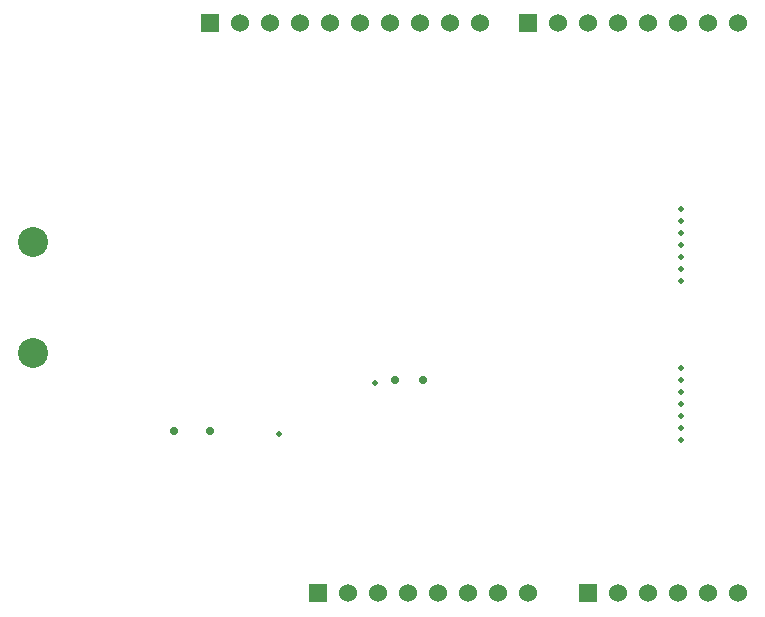
<source format=gbs>
G04*
G04 #@! TF.GenerationSoftware,Altium Limited,Altium Designer,26.1.1 (7)*
G04*
G04 Layer_Color=16711935*
%FSLAX25Y25*%
%MOIN*%
G70*
G04*
G04 #@! TF.SameCoordinates,7FDA374B-3F72-4115-8A6B-894D552E39AA*
G04*
G04*
G04 #@! TF.FilePolarity,Negative*
G04*
G01*
G75*
%ADD25C,0.06000*%
%ADD26C,0.10000*%
%ADD27R,0.06000X0.06000*%
%ADD28C,0.02000*%
%ADD29C,0.02800*%
D25*
X160000Y10000D02*
D03*
X170000D02*
D03*
X104000Y200000D02*
D03*
X180000Y10000D02*
D03*
X150000D02*
D03*
X190000Y200000D02*
D03*
X200000D02*
D03*
X210000D02*
D03*
X220000D02*
D03*
X230000D02*
D03*
X240000D02*
D03*
X250000D02*
D03*
X84000D02*
D03*
X94000D02*
D03*
X114000D02*
D03*
X124000D02*
D03*
X134000D02*
D03*
X144000D02*
D03*
X154000D02*
D03*
X164000D02*
D03*
X120000Y10000D02*
D03*
X130000D02*
D03*
X140000D02*
D03*
X210000D02*
D03*
X220000D02*
D03*
X230000D02*
D03*
X240000D02*
D03*
X250000D02*
D03*
D26*
X15000Y90000D02*
D03*
Y127000D02*
D03*
D27*
X180000Y200000D02*
D03*
X74000D02*
D03*
X110000Y10000D02*
D03*
X200000D02*
D03*
D28*
X231000Y122000D02*
D03*
Y118000D02*
D03*
Y130000D02*
D03*
Y126000D02*
D03*
Y85000D02*
D03*
Y81000D02*
D03*
Y114000D02*
D03*
Y138000D02*
D03*
Y134000D02*
D03*
Y77000D02*
D03*
Y73000D02*
D03*
Y65000D02*
D03*
Y61000D02*
D03*
Y69000D02*
D03*
X129000Y79958D02*
D03*
X97000Y63000D02*
D03*
D29*
X145000Y81000D02*
D03*
X135500D02*
D03*
X74000Y64000D02*
D03*
X62000D02*
D03*
M02*

</source>
